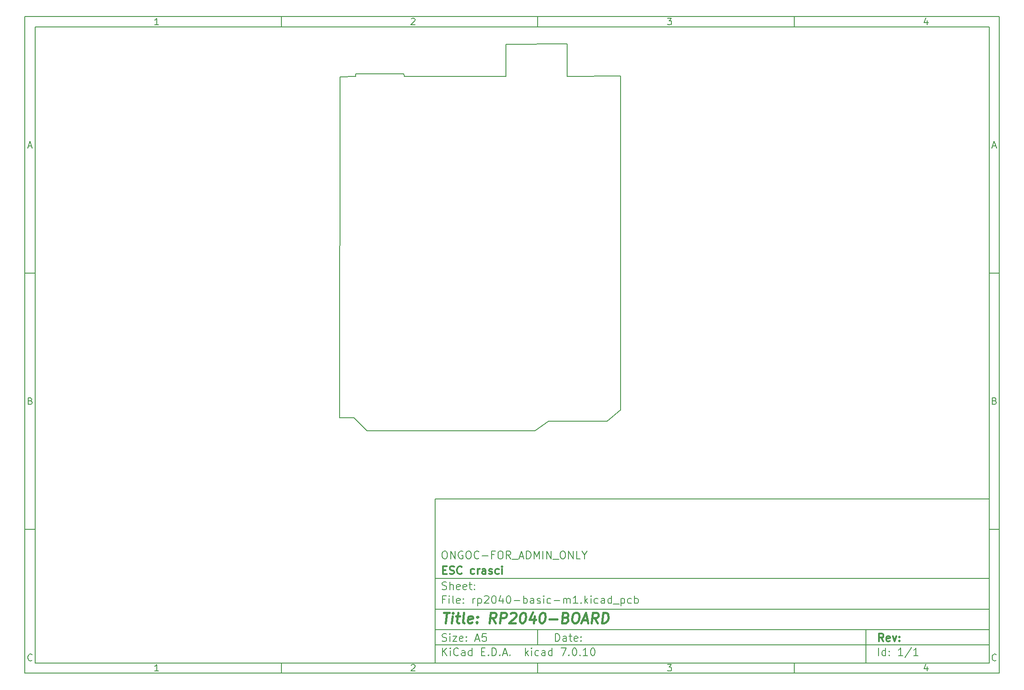
<source format=gbr>
%TF.GenerationSoftware,KiCad,Pcbnew,7.0.10*%
%TF.CreationDate,2024-01-28T16:32:01+05:30*%
%TF.ProjectId,rp2040-basic-m1,72703230-3430-42d6-9261-7369632d6d31,rev?*%
%TF.SameCoordinates,Original*%
%TF.FileFunction,Other,User*%
%FSLAX46Y46*%
G04 Gerber Fmt 4.6, Leading zero omitted, Abs format (unit mm)*
G04 Created by KiCad (PCBNEW 7.0.10) date 2024-01-28 16:32:01*
%MOMM*%
%LPD*%
G01*
G04 APERTURE LIST*
%ADD10C,0.100000*%
%ADD11C,0.150000*%
%ADD12C,0.300000*%
%ADD13C,0.400000*%
G04 APERTURE END LIST*
D10*
D11*
X90007200Y-104005800D02*
X198007200Y-104005800D01*
X198007200Y-136005800D01*
X90007200Y-136005800D01*
X90007200Y-104005800D01*
D10*
D11*
X10000000Y-10000000D02*
X200007200Y-10000000D01*
X200007200Y-138005800D01*
X10000000Y-138005800D01*
X10000000Y-10000000D01*
D10*
D11*
X12000000Y-12000000D02*
X198007200Y-12000000D01*
X198007200Y-136005800D01*
X12000000Y-136005800D01*
X12000000Y-12000000D01*
D10*
D11*
X60000000Y-12000000D02*
X60000000Y-10000000D01*
D10*
D11*
X110000000Y-12000000D02*
X110000000Y-10000000D01*
D10*
D11*
X160000000Y-12000000D02*
X160000000Y-10000000D01*
D10*
D11*
X36089160Y-11593604D02*
X35346303Y-11593604D01*
X35717731Y-11593604D02*
X35717731Y-10293604D01*
X35717731Y-10293604D02*
X35593922Y-10479319D01*
X35593922Y-10479319D02*
X35470112Y-10603128D01*
X35470112Y-10603128D02*
X35346303Y-10665033D01*
D10*
D11*
X85346303Y-10417414D02*
X85408207Y-10355509D01*
X85408207Y-10355509D02*
X85532017Y-10293604D01*
X85532017Y-10293604D02*
X85841541Y-10293604D01*
X85841541Y-10293604D02*
X85965350Y-10355509D01*
X85965350Y-10355509D02*
X86027255Y-10417414D01*
X86027255Y-10417414D02*
X86089160Y-10541223D01*
X86089160Y-10541223D02*
X86089160Y-10665033D01*
X86089160Y-10665033D02*
X86027255Y-10850747D01*
X86027255Y-10850747D02*
X85284398Y-11593604D01*
X85284398Y-11593604D02*
X86089160Y-11593604D01*
D10*
D11*
X135284398Y-10293604D02*
X136089160Y-10293604D01*
X136089160Y-10293604D02*
X135655826Y-10788842D01*
X135655826Y-10788842D02*
X135841541Y-10788842D01*
X135841541Y-10788842D02*
X135965350Y-10850747D01*
X135965350Y-10850747D02*
X136027255Y-10912652D01*
X136027255Y-10912652D02*
X136089160Y-11036461D01*
X136089160Y-11036461D02*
X136089160Y-11345985D01*
X136089160Y-11345985D02*
X136027255Y-11469795D01*
X136027255Y-11469795D02*
X135965350Y-11531700D01*
X135965350Y-11531700D02*
X135841541Y-11593604D01*
X135841541Y-11593604D02*
X135470112Y-11593604D01*
X135470112Y-11593604D02*
X135346303Y-11531700D01*
X135346303Y-11531700D02*
X135284398Y-11469795D01*
D10*
D11*
X185965350Y-10726938D02*
X185965350Y-11593604D01*
X185655826Y-10231700D02*
X185346303Y-11160271D01*
X185346303Y-11160271D02*
X186151064Y-11160271D01*
D10*
D11*
X60000000Y-136005800D02*
X60000000Y-138005800D01*
D10*
D11*
X110000000Y-136005800D02*
X110000000Y-138005800D01*
D10*
D11*
X160000000Y-136005800D02*
X160000000Y-138005800D01*
D10*
D11*
X36089160Y-137599404D02*
X35346303Y-137599404D01*
X35717731Y-137599404D02*
X35717731Y-136299404D01*
X35717731Y-136299404D02*
X35593922Y-136485119D01*
X35593922Y-136485119D02*
X35470112Y-136608928D01*
X35470112Y-136608928D02*
X35346303Y-136670833D01*
D10*
D11*
X85346303Y-136423214D02*
X85408207Y-136361309D01*
X85408207Y-136361309D02*
X85532017Y-136299404D01*
X85532017Y-136299404D02*
X85841541Y-136299404D01*
X85841541Y-136299404D02*
X85965350Y-136361309D01*
X85965350Y-136361309D02*
X86027255Y-136423214D01*
X86027255Y-136423214D02*
X86089160Y-136547023D01*
X86089160Y-136547023D02*
X86089160Y-136670833D01*
X86089160Y-136670833D02*
X86027255Y-136856547D01*
X86027255Y-136856547D02*
X85284398Y-137599404D01*
X85284398Y-137599404D02*
X86089160Y-137599404D01*
D10*
D11*
X135284398Y-136299404D02*
X136089160Y-136299404D01*
X136089160Y-136299404D02*
X135655826Y-136794642D01*
X135655826Y-136794642D02*
X135841541Y-136794642D01*
X135841541Y-136794642D02*
X135965350Y-136856547D01*
X135965350Y-136856547D02*
X136027255Y-136918452D01*
X136027255Y-136918452D02*
X136089160Y-137042261D01*
X136089160Y-137042261D02*
X136089160Y-137351785D01*
X136089160Y-137351785D02*
X136027255Y-137475595D01*
X136027255Y-137475595D02*
X135965350Y-137537500D01*
X135965350Y-137537500D02*
X135841541Y-137599404D01*
X135841541Y-137599404D02*
X135470112Y-137599404D01*
X135470112Y-137599404D02*
X135346303Y-137537500D01*
X135346303Y-137537500D02*
X135284398Y-137475595D01*
D10*
D11*
X185965350Y-136732738D02*
X185965350Y-137599404D01*
X185655826Y-136237500D02*
X185346303Y-137166071D01*
X185346303Y-137166071D02*
X186151064Y-137166071D01*
D10*
D11*
X10000000Y-60000000D02*
X12000000Y-60000000D01*
D10*
D11*
X10000000Y-110000000D02*
X12000000Y-110000000D01*
D10*
D11*
X10690476Y-35222176D02*
X11309523Y-35222176D01*
X10566666Y-35593604D02*
X10999999Y-34293604D01*
X10999999Y-34293604D02*
X11433333Y-35593604D01*
D10*
D11*
X11092857Y-84912652D02*
X11278571Y-84974557D01*
X11278571Y-84974557D02*
X11340476Y-85036461D01*
X11340476Y-85036461D02*
X11402380Y-85160271D01*
X11402380Y-85160271D02*
X11402380Y-85345985D01*
X11402380Y-85345985D02*
X11340476Y-85469795D01*
X11340476Y-85469795D02*
X11278571Y-85531700D01*
X11278571Y-85531700D02*
X11154761Y-85593604D01*
X11154761Y-85593604D02*
X10659523Y-85593604D01*
X10659523Y-85593604D02*
X10659523Y-84293604D01*
X10659523Y-84293604D02*
X11092857Y-84293604D01*
X11092857Y-84293604D02*
X11216666Y-84355509D01*
X11216666Y-84355509D02*
X11278571Y-84417414D01*
X11278571Y-84417414D02*
X11340476Y-84541223D01*
X11340476Y-84541223D02*
X11340476Y-84665033D01*
X11340476Y-84665033D02*
X11278571Y-84788842D01*
X11278571Y-84788842D02*
X11216666Y-84850747D01*
X11216666Y-84850747D02*
X11092857Y-84912652D01*
X11092857Y-84912652D02*
X10659523Y-84912652D01*
D10*
D11*
X11402380Y-135469795D02*
X11340476Y-135531700D01*
X11340476Y-135531700D02*
X11154761Y-135593604D01*
X11154761Y-135593604D02*
X11030952Y-135593604D01*
X11030952Y-135593604D02*
X10845238Y-135531700D01*
X10845238Y-135531700D02*
X10721428Y-135407890D01*
X10721428Y-135407890D02*
X10659523Y-135284080D01*
X10659523Y-135284080D02*
X10597619Y-135036461D01*
X10597619Y-135036461D02*
X10597619Y-134850747D01*
X10597619Y-134850747D02*
X10659523Y-134603128D01*
X10659523Y-134603128D02*
X10721428Y-134479319D01*
X10721428Y-134479319D02*
X10845238Y-134355509D01*
X10845238Y-134355509D02*
X11030952Y-134293604D01*
X11030952Y-134293604D02*
X11154761Y-134293604D01*
X11154761Y-134293604D02*
X11340476Y-134355509D01*
X11340476Y-134355509D02*
X11402380Y-134417414D01*
D10*
D11*
X200007200Y-60000000D02*
X198007200Y-60000000D01*
D10*
D11*
X200007200Y-110000000D02*
X198007200Y-110000000D01*
D10*
D11*
X198697676Y-35222176D02*
X199316723Y-35222176D01*
X198573866Y-35593604D02*
X199007199Y-34293604D01*
X199007199Y-34293604D02*
X199440533Y-35593604D01*
D10*
D11*
X199100057Y-84912652D02*
X199285771Y-84974557D01*
X199285771Y-84974557D02*
X199347676Y-85036461D01*
X199347676Y-85036461D02*
X199409580Y-85160271D01*
X199409580Y-85160271D02*
X199409580Y-85345985D01*
X199409580Y-85345985D02*
X199347676Y-85469795D01*
X199347676Y-85469795D02*
X199285771Y-85531700D01*
X199285771Y-85531700D02*
X199161961Y-85593604D01*
X199161961Y-85593604D02*
X198666723Y-85593604D01*
X198666723Y-85593604D02*
X198666723Y-84293604D01*
X198666723Y-84293604D02*
X199100057Y-84293604D01*
X199100057Y-84293604D02*
X199223866Y-84355509D01*
X199223866Y-84355509D02*
X199285771Y-84417414D01*
X199285771Y-84417414D02*
X199347676Y-84541223D01*
X199347676Y-84541223D02*
X199347676Y-84665033D01*
X199347676Y-84665033D02*
X199285771Y-84788842D01*
X199285771Y-84788842D02*
X199223866Y-84850747D01*
X199223866Y-84850747D02*
X199100057Y-84912652D01*
X199100057Y-84912652D02*
X198666723Y-84912652D01*
D10*
D11*
X199409580Y-135469795D02*
X199347676Y-135531700D01*
X199347676Y-135531700D02*
X199161961Y-135593604D01*
X199161961Y-135593604D02*
X199038152Y-135593604D01*
X199038152Y-135593604D02*
X198852438Y-135531700D01*
X198852438Y-135531700D02*
X198728628Y-135407890D01*
X198728628Y-135407890D02*
X198666723Y-135284080D01*
X198666723Y-135284080D02*
X198604819Y-135036461D01*
X198604819Y-135036461D02*
X198604819Y-134850747D01*
X198604819Y-134850747D02*
X198666723Y-134603128D01*
X198666723Y-134603128D02*
X198728628Y-134479319D01*
X198728628Y-134479319D02*
X198852438Y-134355509D01*
X198852438Y-134355509D02*
X199038152Y-134293604D01*
X199038152Y-134293604D02*
X199161961Y-134293604D01*
X199161961Y-134293604D02*
X199347676Y-134355509D01*
X199347676Y-134355509D02*
X199409580Y-134417414D01*
D10*
D11*
X113463026Y-131791928D02*
X113463026Y-130291928D01*
X113463026Y-130291928D02*
X113820169Y-130291928D01*
X113820169Y-130291928D02*
X114034455Y-130363357D01*
X114034455Y-130363357D02*
X114177312Y-130506214D01*
X114177312Y-130506214D02*
X114248741Y-130649071D01*
X114248741Y-130649071D02*
X114320169Y-130934785D01*
X114320169Y-130934785D02*
X114320169Y-131149071D01*
X114320169Y-131149071D02*
X114248741Y-131434785D01*
X114248741Y-131434785D02*
X114177312Y-131577642D01*
X114177312Y-131577642D02*
X114034455Y-131720500D01*
X114034455Y-131720500D02*
X113820169Y-131791928D01*
X113820169Y-131791928D02*
X113463026Y-131791928D01*
X115605884Y-131791928D02*
X115605884Y-131006214D01*
X115605884Y-131006214D02*
X115534455Y-130863357D01*
X115534455Y-130863357D02*
X115391598Y-130791928D01*
X115391598Y-130791928D02*
X115105884Y-130791928D01*
X115105884Y-130791928D02*
X114963026Y-130863357D01*
X115605884Y-131720500D02*
X115463026Y-131791928D01*
X115463026Y-131791928D02*
X115105884Y-131791928D01*
X115105884Y-131791928D02*
X114963026Y-131720500D01*
X114963026Y-131720500D02*
X114891598Y-131577642D01*
X114891598Y-131577642D02*
X114891598Y-131434785D01*
X114891598Y-131434785D02*
X114963026Y-131291928D01*
X114963026Y-131291928D02*
X115105884Y-131220500D01*
X115105884Y-131220500D02*
X115463026Y-131220500D01*
X115463026Y-131220500D02*
X115605884Y-131149071D01*
X116105884Y-130791928D02*
X116677312Y-130791928D01*
X116320169Y-130291928D02*
X116320169Y-131577642D01*
X116320169Y-131577642D02*
X116391598Y-131720500D01*
X116391598Y-131720500D02*
X116534455Y-131791928D01*
X116534455Y-131791928D02*
X116677312Y-131791928D01*
X117748741Y-131720500D02*
X117605884Y-131791928D01*
X117605884Y-131791928D02*
X117320170Y-131791928D01*
X117320170Y-131791928D02*
X117177312Y-131720500D01*
X117177312Y-131720500D02*
X117105884Y-131577642D01*
X117105884Y-131577642D02*
X117105884Y-131006214D01*
X117105884Y-131006214D02*
X117177312Y-130863357D01*
X117177312Y-130863357D02*
X117320170Y-130791928D01*
X117320170Y-130791928D02*
X117605884Y-130791928D01*
X117605884Y-130791928D02*
X117748741Y-130863357D01*
X117748741Y-130863357D02*
X117820170Y-131006214D01*
X117820170Y-131006214D02*
X117820170Y-131149071D01*
X117820170Y-131149071D02*
X117105884Y-131291928D01*
X118463026Y-131649071D02*
X118534455Y-131720500D01*
X118534455Y-131720500D02*
X118463026Y-131791928D01*
X118463026Y-131791928D02*
X118391598Y-131720500D01*
X118391598Y-131720500D02*
X118463026Y-131649071D01*
X118463026Y-131649071D02*
X118463026Y-131791928D01*
X118463026Y-130863357D02*
X118534455Y-130934785D01*
X118534455Y-130934785D02*
X118463026Y-131006214D01*
X118463026Y-131006214D02*
X118391598Y-130934785D01*
X118391598Y-130934785D02*
X118463026Y-130863357D01*
X118463026Y-130863357D02*
X118463026Y-131006214D01*
D10*
D11*
X90007200Y-132505800D02*
X198007200Y-132505800D01*
D10*
D11*
X91463026Y-134591928D02*
X91463026Y-133091928D01*
X92320169Y-134591928D02*
X91677312Y-133734785D01*
X92320169Y-133091928D02*
X91463026Y-133949071D01*
X92963026Y-134591928D02*
X92963026Y-133591928D01*
X92963026Y-133091928D02*
X92891598Y-133163357D01*
X92891598Y-133163357D02*
X92963026Y-133234785D01*
X92963026Y-133234785D02*
X93034455Y-133163357D01*
X93034455Y-133163357D02*
X92963026Y-133091928D01*
X92963026Y-133091928D02*
X92963026Y-133234785D01*
X94534455Y-134449071D02*
X94463027Y-134520500D01*
X94463027Y-134520500D02*
X94248741Y-134591928D01*
X94248741Y-134591928D02*
X94105884Y-134591928D01*
X94105884Y-134591928D02*
X93891598Y-134520500D01*
X93891598Y-134520500D02*
X93748741Y-134377642D01*
X93748741Y-134377642D02*
X93677312Y-134234785D01*
X93677312Y-134234785D02*
X93605884Y-133949071D01*
X93605884Y-133949071D02*
X93605884Y-133734785D01*
X93605884Y-133734785D02*
X93677312Y-133449071D01*
X93677312Y-133449071D02*
X93748741Y-133306214D01*
X93748741Y-133306214D02*
X93891598Y-133163357D01*
X93891598Y-133163357D02*
X94105884Y-133091928D01*
X94105884Y-133091928D02*
X94248741Y-133091928D01*
X94248741Y-133091928D02*
X94463027Y-133163357D01*
X94463027Y-133163357D02*
X94534455Y-133234785D01*
X95820170Y-134591928D02*
X95820170Y-133806214D01*
X95820170Y-133806214D02*
X95748741Y-133663357D01*
X95748741Y-133663357D02*
X95605884Y-133591928D01*
X95605884Y-133591928D02*
X95320170Y-133591928D01*
X95320170Y-133591928D02*
X95177312Y-133663357D01*
X95820170Y-134520500D02*
X95677312Y-134591928D01*
X95677312Y-134591928D02*
X95320170Y-134591928D01*
X95320170Y-134591928D02*
X95177312Y-134520500D01*
X95177312Y-134520500D02*
X95105884Y-134377642D01*
X95105884Y-134377642D02*
X95105884Y-134234785D01*
X95105884Y-134234785D02*
X95177312Y-134091928D01*
X95177312Y-134091928D02*
X95320170Y-134020500D01*
X95320170Y-134020500D02*
X95677312Y-134020500D01*
X95677312Y-134020500D02*
X95820170Y-133949071D01*
X97177313Y-134591928D02*
X97177313Y-133091928D01*
X97177313Y-134520500D02*
X97034455Y-134591928D01*
X97034455Y-134591928D02*
X96748741Y-134591928D01*
X96748741Y-134591928D02*
X96605884Y-134520500D01*
X96605884Y-134520500D02*
X96534455Y-134449071D01*
X96534455Y-134449071D02*
X96463027Y-134306214D01*
X96463027Y-134306214D02*
X96463027Y-133877642D01*
X96463027Y-133877642D02*
X96534455Y-133734785D01*
X96534455Y-133734785D02*
X96605884Y-133663357D01*
X96605884Y-133663357D02*
X96748741Y-133591928D01*
X96748741Y-133591928D02*
X97034455Y-133591928D01*
X97034455Y-133591928D02*
X97177313Y-133663357D01*
X99034455Y-133806214D02*
X99534455Y-133806214D01*
X99748741Y-134591928D02*
X99034455Y-134591928D01*
X99034455Y-134591928D02*
X99034455Y-133091928D01*
X99034455Y-133091928D02*
X99748741Y-133091928D01*
X100391598Y-134449071D02*
X100463027Y-134520500D01*
X100463027Y-134520500D02*
X100391598Y-134591928D01*
X100391598Y-134591928D02*
X100320170Y-134520500D01*
X100320170Y-134520500D02*
X100391598Y-134449071D01*
X100391598Y-134449071D02*
X100391598Y-134591928D01*
X101105884Y-134591928D02*
X101105884Y-133091928D01*
X101105884Y-133091928D02*
X101463027Y-133091928D01*
X101463027Y-133091928D02*
X101677313Y-133163357D01*
X101677313Y-133163357D02*
X101820170Y-133306214D01*
X101820170Y-133306214D02*
X101891599Y-133449071D01*
X101891599Y-133449071D02*
X101963027Y-133734785D01*
X101963027Y-133734785D02*
X101963027Y-133949071D01*
X101963027Y-133949071D02*
X101891599Y-134234785D01*
X101891599Y-134234785D02*
X101820170Y-134377642D01*
X101820170Y-134377642D02*
X101677313Y-134520500D01*
X101677313Y-134520500D02*
X101463027Y-134591928D01*
X101463027Y-134591928D02*
X101105884Y-134591928D01*
X102605884Y-134449071D02*
X102677313Y-134520500D01*
X102677313Y-134520500D02*
X102605884Y-134591928D01*
X102605884Y-134591928D02*
X102534456Y-134520500D01*
X102534456Y-134520500D02*
X102605884Y-134449071D01*
X102605884Y-134449071D02*
X102605884Y-134591928D01*
X103248742Y-134163357D02*
X103963028Y-134163357D01*
X103105885Y-134591928D02*
X103605885Y-133091928D01*
X103605885Y-133091928D02*
X104105885Y-134591928D01*
X104605884Y-134449071D02*
X104677313Y-134520500D01*
X104677313Y-134520500D02*
X104605884Y-134591928D01*
X104605884Y-134591928D02*
X104534456Y-134520500D01*
X104534456Y-134520500D02*
X104605884Y-134449071D01*
X104605884Y-134449071D02*
X104605884Y-134591928D01*
X107605884Y-134591928D02*
X107605884Y-133091928D01*
X107748742Y-134020500D02*
X108177313Y-134591928D01*
X108177313Y-133591928D02*
X107605884Y-134163357D01*
X108820170Y-134591928D02*
X108820170Y-133591928D01*
X108820170Y-133091928D02*
X108748742Y-133163357D01*
X108748742Y-133163357D02*
X108820170Y-133234785D01*
X108820170Y-133234785D02*
X108891599Y-133163357D01*
X108891599Y-133163357D02*
X108820170Y-133091928D01*
X108820170Y-133091928D02*
X108820170Y-133234785D01*
X110177314Y-134520500D02*
X110034456Y-134591928D01*
X110034456Y-134591928D02*
X109748742Y-134591928D01*
X109748742Y-134591928D02*
X109605885Y-134520500D01*
X109605885Y-134520500D02*
X109534456Y-134449071D01*
X109534456Y-134449071D02*
X109463028Y-134306214D01*
X109463028Y-134306214D02*
X109463028Y-133877642D01*
X109463028Y-133877642D02*
X109534456Y-133734785D01*
X109534456Y-133734785D02*
X109605885Y-133663357D01*
X109605885Y-133663357D02*
X109748742Y-133591928D01*
X109748742Y-133591928D02*
X110034456Y-133591928D01*
X110034456Y-133591928D02*
X110177314Y-133663357D01*
X111463028Y-134591928D02*
X111463028Y-133806214D01*
X111463028Y-133806214D02*
X111391599Y-133663357D01*
X111391599Y-133663357D02*
X111248742Y-133591928D01*
X111248742Y-133591928D02*
X110963028Y-133591928D01*
X110963028Y-133591928D02*
X110820170Y-133663357D01*
X111463028Y-134520500D02*
X111320170Y-134591928D01*
X111320170Y-134591928D02*
X110963028Y-134591928D01*
X110963028Y-134591928D02*
X110820170Y-134520500D01*
X110820170Y-134520500D02*
X110748742Y-134377642D01*
X110748742Y-134377642D02*
X110748742Y-134234785D01*
X110748742Y-134234785D02*
X110820170Y-134091928D01*
X110820170Y-134091928D02*
X110963028Y-134020500D01*
X110963028Y-134020500D02*
X111320170Y-134020500D01*
X111320170Y-134020500D02*
X111463028Y-133949071D01*
X112820171Y-134591928D02*
X112820171Y-133091928D01*
X112820171Y-134520500D02*
X112677313Y-134591928D01*
X112677313Y-134591928D02*
X112391599Y-134591928D01*
X112391599Y-134591928D02*
X112248742Y-134520500D01*
X112248742Y-134520500D02*
X112177313Y-134449071D01*
X112177313Y-134449071D02*
X112105885Y-134306214D01*
X112105885Y-134306214D02*
X112105885Y-133877642D01*
X112105885Y-133877642D02*
X112177313Y-133734785D01*
X112177313Y-133734785D02*
X112248742Y-133663357D01*
X112248742Y-133663357D02*
X112391599Y-133591928D01*
X112391599Y-133591928D02*
X112677313Y-133591928D01*
X112677313Y-133591928D02*
X112820171Y-133663357D01*
X114534456Y-133091928D02*
X115534456Y-133091928D01*
X115534456Y-133091928D02*
X114891599Y-134591928D01*
X116105884Y-134449071D02*
X116177313Y-134520500D01*
X116177313Y-134520500D02*
X116105884Y-134591928D01*
X116105884Y-134591928D02*
X116034456Y-134520500D01*
X116034456Y-134520500D02*
X116105884Y-134449071D01*
X116105884Y-134449071D02*
X116105884Y-134591928D01*
X117105885Y-133091928D02*
X117248742Y-133091928D01*
X117248742Y-133091928D02*
X117391599Y-133163357D01*
X117391599Y-133163357D02*
X117463028Y-133234785D01*
X117463028Y-133234785D02*
X117534456Y-133377642D01*
X117534456Y-133377642D02*
X117605885Y-133663357D01*
X117605885Y-133663357D02*
X117605885Y-134020500D01*
X117605885Y-134020500D02*
X117534456Y-134306214D01*
X117534456Y-134306214D02*
X117463028Y-134449071D01*
X117463028Y-134449071D02*
X117391599Y-134520500D01*
X117391599Y-134520500D02*
X117248742Y-134591928D01*
X117248742Y-134591928D02*
X117105885Y-134591928D01*
X117105885Y-134591928D02*
X116963028Y-134520500D01*
X116963028Y-134520500D02*
X116891599Y-134449071D01*
X116891599Y-134449071D02*
X116820170Y-134306214D01*
X116820170Y-134306214D02*
X116748742Y-134020500D01*
X116748742Y-134020500D02*
X116748742Y-133663357D01*
X116748742Y-133663357D02*
X116820170Y-133377642D01*
X116820170Y-133377642D02*
X116891599Y-133234785D01*
X116891599Y-133234785D02*
X116963028Y-133163357D01*
X116963028Y-133163357D02*
X117105885Y-133091928D01*
X118248741Y-134449071D02*
X118320170Y-134520500D01*
X118320170Y-134520500D02*
X118248741Y-134591928D01*
X118248741Y-134591928D02*
X118177313Y-134520500D01*
X118177313Y-134520500D02*
X118248741Y-134449071D01*
X118248741Y-134449071D02*
X118248741Y-134591928D01*
X119748742Y-134591928D02*
X118891599Y-134591928D01*
X119320170Y-134591928D02*
X119320170Y-133091928D01*
X119320170Y-133091928D02*
X119177313Y-133306214D01*
X119177313Y-133306214D02*
X119034456Y-133449071D01*
X119034456Y-133449071D02*
X118891599Y-133520500D01*
X120677313Y-133091928D02*
X120820170Y-133091928D01*
X120820170Y-133091928D02*
X120963027Y-133163357D01*
X120963027Y-133163357D02*
X121034456Y-133234785D01*
X121034456Y-133234785D02*
X121105884Y-133377642D01*
X121105884Y-133377642D02*
X121177313Y-133663357D01*
X121177313Y-133663357D02*
X121177313Y-134020500D01*
X121177313Y-134020500D02*
X121105884Y-134306214D01*
X121105884Y-134306214D02*
X121034456Y-134449071D01*
X121034456Y-134449071D02*
X120963027Y-134520500D01*
X120963027Y-134520500D02*
X120820170Y-134591928D01*
X120820170Y-134591928D02*
X120677313Y-134591928D01*
X120677313Y-134591928D02*
X120534456Y-134520500D01*
X120534456Y-134520500D02*
X120463027Y-134449071D01*
X120463027Y-134449071D02*
X120391598Y-134306214D01*
X120391598Y-134306214D02*
X120320170Y-134020500D01*
X120320170Y-134020500D02*
X120320170Y-133663357D01*
X120320170Y-133663357D02*
X120391598Y-133377642D01*
X120391598Y-133377642D02*
X120463027Y-133234785D01*
X120463027Y-133234785D02*
X120534456Y-133163357D01*
X120534456Y-133163357D02*
X120677313Y-133091928D01*
D10*
D11*
X90007200Y-129505800D02*
X198007200Y-129505800D01*
D10*
D12*
X177418853Y-131784128D02*
X176918853Y-131069842D01*
X176561710Y-131784128D02*
X176561710Y-130284128D01*
X176561710Y-130284128D02*
X177133139Y-130284128D01*
X177133139Y-130284128D02*
X177275996Y-130355557D01*
X177275996Y-130355557D02*
X177347425Y-130426985D01*
X177347425Y-130426985D02*
X177418853Y-130569842D01*
X177418853Y-130569842D02*
X177418853Y-130784128D01*
X177418853Y-130784128D02*
X177347425Y-130926985D01*
X177347425Y-130926985D02*
X177275996Y-130998414D01*
X177275996Y-130998414D02*
X177133139Y-131069842D01*
X177133139Y-131069842D02*
X176561710Y-131069842D01*
X178633139Y-131712700D02*
X178490282Y-131784128D01*
X178490282Y-131784128D02*
X178204568Y-131784128D01*
X178204568Y-131784128D02*
X178061710Y-131712700D01*
X178061710Y-131712700D02*
X177990282Y-131569842D01*
X177990282Y-131569842D02*
X177990282Y-130998414D01*
X177990282Y-130998414D02*
X178061710Y-130855557D01*
X178061710Y-130855557D02*
X178204568Y-130784128D01*
X178204568Y-130784128D02*
X178490282Y-130784128D01*
X178490282Y-130784128D02*
X178633139Y-130855557D01*
X178633139Y-130855557D02*
X178704568Y-130998414D01*
X178704568Y-130998414D02*
X178704568Y-131141271D01*
X178704568Y-131141271D02*
X177990282Y-131284128D01*
X179204567Y-130784128D02*
X179561710Y-131784128D01*
X179561710Y-131784128D02*
X179918853Y-130784128D01*
X180490281Y-131641271D02*
X180561710Y-131712700D01*
X180561710Y-131712700D02*
X180490281Y-131784128D01*
X180490281Y-131784128D02*
X180418853Y-131712700D01*
X180418853Y-131712700D02*
X180490281Y-131641271D01*
X180490281Y-131641271D02*
X180490281Y-131784128D01*
X180490281Y-130855557D02*
X180561710Y-130926985D01*
X180561710Y-130926985D02*
X180490281Y-130998414D01*
X180490281Y-130998414D02*
X180418853Y-130926985D01*
X180418853Y-130926985D02*
X180490281Y-130855557D01*
X180490281Y-130855557D02*
X180490281Y-130998414D01*
D10*
D11*
X91391598Y-131720500D02*
X91605884Y-131791928D01*
X91605884Y-131791928D02*
X91963026Y-131791928D01*
X91963026Y-131791928D02*
X92105884Y-131720500D01*
X92105884Y-131720500D02*
X92177312Y-131649071D01*
X92177312Y-131649071D02*
X92248741Y-131506214D01*
X92248741Y-131506214D02*
X92248741Y-131363357D01*
X92248741Y-131363357D02*
X92177312Y-131220500D01*
X92177312Y-131220500D02*
X92105884Y-131149071D01*
X92105884Y-131149071D02*
X91963026Y-131077642D01*
X91963026Y-131077642D02*
X91677312Y-131006214D01*
X91677312Y-131006214D02*
X91534455Y-130934785D01*
X91534455Y-130934785D02*
X91463026Y-130863357D01*
X91463026Y-130863357D02*
X91391598Y-130720500D01*
X91391598Y-130720500D02*
X91391598Y-130577642D01*
X91391598Y-130577642D02*
X91463026Y-130434785D01*
X91463026Y-130434785D02*
X91534455Y-130363357D01*
X91534455Y-130363357D02*
X91677312Y-130291928D01*
X91677312Y-130291928D02*
X92034455Y-130291928D01*
X92034455Y-130291928D02*
X92248741Y-130363357D01*
X92891597Y-131791928D02*
X92891597Y-130791928D01*
X92891597Y-130291928D02*
X92820169Y-130363357D01*
X92820169Y-130363357D02*
X92891597Y-130434785D01*
X92891597Y-130434785D02*
X92963026Y-130363357D01*
X92963026Y-130363357D02*
X92891597Y-130291928D01*
X92891597Y-130291928D02*
X92891597Y-130434785D01*
X93463026Y-130791928D02*
X94248741Y-130791928D01*
X94248741Y-130791928D02*
X93463026Y-131791928D01*
X93463026Y-131791928D02*
X94248741Y-131791928D01*
X95391598Y-131720500D02*
X95248741Y-131791928D01*
X95248741Y-131791928D02*
X94963027Y-131791928D01*
X94963027Y-131791928D02*
X94820169Y-131720500D01*
X94820169Y-131720500D02*
X94748741Y-131577642D01*
X94748741Y-131577642D02*
X94748741Y-131006214D01*
X94748741Y-131006214D02*
X94820169Y-130863357D01*
X94820169Y-130863357D02*
X94963027Y-130791928D01*
X94963027Y-130791928D02*
X95248741Y-130791928D01*
X95248741Y-130791928D02*
X95391598Y-130863357D01*
X95391598Y-130863357D02*
X95463027Y-131006214D01*
X95463027Y-131006214D02*
X95463027Y-131149071D01*
X95463027Y-131149071D02*
X94748741Y-131291928D01*
X96105883Y-131649071D02*
X96177312Y-131720500D01*
X96177312Y-131720500D02*
X96105883Y-131791928D01*
X96105883Y-131791928D02*
X96034455Y-131720500D01*
X96034455Y-131720500D02*
X96105883Y-131649071D01*
X96105883Y-131649071D02*
X96105883Y-131791928D01*
X96105883Y-130863357D02*
X96177312Y-130934785D01*
X96177312Y-130934785D02*
X96105883Y-131006214D01*
X96105883Y-131006214D02*
X96034455Y-130934785D01*
X96034455Y-130934785D02*
X96105883Y-130863357D01*
X96105883Y-130863357D02*
X96105883Y-131006214D01*
X97891598Y-131363357D02*
X98605884Y-131363357D01*
X97748741Y-131791928D02*
X98248741Y-130291928D01*
X98248741Y-130291928D02*
X98748741Y-131791928D01*
X99963026Y-130291928D02*
X99248740Y-130291928D01*
X99248740Y-130291928D02*
X99177312Y-131006214D01*
X99177312Y-131006214D02*
X99248740Y-130934785D01*
X99248740Y-130934785D02*
X99391598Y-130863357D01*
X99391598Y-130863357D02*
X99748740Y-130863357D01*
X99748740Y-130863357D02*
X99891598Y-130934785D01*
X99891598Y-130934785D02*
X99963026Y-131006214D01*
X99963026Y-131006214D02*
X100034455Y-131149071D01*
X100034455Y-131149071D02*
X100034455Y-131506214D01*
X100034455Y-131506214D02*
X99963026Y-131649071D01*
X99963026Y-131649071D02*
X99891598Y-131720500D01*
X99891598Y-131720500D02*
X99748740Y-131791928D01*
X99748740Y-131791928D02*
X99391598Y-131791928D01*
X99391598Y-131791928D02*
X99248740Y-131720500D01*
X99248740Y-131720500D02*
X99177312Y-131649071D01*
D10*
D11*
X176463026Y-134591928D02*
X176463026Y-133091928D01*
X177820170Y-134591928D02*
X177820170Y-133091928D01*
X177820170Y-134520500D02*
X177677312Y-134591928D01*
X177677312Y-134591928D02*
X177391598Y-134591928D01*
X177391598Y-134591928D02*
X177248741Y-134520500D01*
X177248741Y-134520500D02*
X177177312Y-134449071D01*
X177177312Y-134449071D02*
X177105884Y-134306214D01*
X177105884Y-134306214D02*
X177105884Y-133877642D01*
X177105884Y-133877642D02*
X177177312Y-133734785D01*
X177177312Y-133734785D02*
X177248741Y-133663357D01*
X177248741Y-133663357D02*
X177391598Y-133591928D01*
X177391598Y-133591928D02*
X177677312Y-133591928D01*
X177677312Y-133591928D02*
X177820170Y-133663357D01*
X178534455Y-134449071D02*
X178605884Y-134520500D01*
X178605884Y-134520500D02*
X178534455Y-134591928D01*
X178534455Y-134591928D02*
X178463027Y-134520500D01*
X178463027Y-134520500D02*
X178534455Y-134449071D01*
X178534455Y-134449071D02*
X178534455Y-134591928D01*
X178534455Y-133663357D02*
X178605884Y-133734785D01*
X178605884Y-133734785D02*
X178534455Y-133806214D01*
X178534455Y-133806214D02*
X178463027Y-133734785D01*
X178463027Y-133734785D02*
X178534455Y-133663357D01*
X178534455Y-133663357D02*
X178534455Y-133806214D01*
X181177313Y-134591928D02*
X180320170Y-134591928D01*
X180748741Y-134591928D02*
X180748741Y-133091928D01*
X180748741Y-133091928D02*
X180605884Y-133306214D01*
X180605884Y-133306214D02*
X180463027Y-133449071D01*
X180463027Y-133449071D02*
X180320170Y-133520500D01*
X182891598Y-133020500D02*
X181605884Y-134949071D01*
X184177313Y-134591928D02*
X183320170Y-134591928D01*
X183748741Y-134591928D02*
X183748741Y-133091928D01*
X183748741Y-133091928D02*
X183605884Y-133306214D01*
X183605884Y-133306214D02*
X183463027Y-133449071D01*
X183463027Y-133449071D02*
X183320170Y-133520500D01*
D10*
D11*
X90007200Y-125505800D02*
X198007200Y-125505800D01*
D10*
D13*
X91698928Y-126210238D02*
X92841785Y-126210238D01*
X92020357Y-128210238D02*
X92270357Y-126210238D01*
X93258452Y-128210238D02*
X93425119Y-126876904D01*
X93508452Y-126210238D02*
X93401309Y-126305476D01*
X93401309Y-126305476D02*
X93484643Y-126400714D01*
X93484643Y-126400714D02*
X93591786Y-126305476D01*
X93591786Y-126305476D02*
X93508452Y-126210238D01*
X93508452Y-126210238D02*
X93484643Y-126400714D01*
X94091786Y-126876904D02*
X94853690Y-126876904D01*
X94460833Y-126210238D02*
X94246548Y-127924523D01*
X94246548Y-127924523D02*
X94317976Y-128115000D01*
X94317976Y-128115000D02*
X94496548Y-128210238D01*
X94496548Y-128210238D02*
X94687024Y-128210238D01*
X95639405Y-128210238D02*
X95460833Y-128115000D01*
X95460833Y-128115000D02*
X95389405Y-127924523D01*
X95389405Y-127924523D02*
X95603690Y-126210238D01*
X97175119Y-128115000D02*
X96972738Y-128210238D01*
X96972738Y-128210238D02*
X96591785Y-128210238D01*
X96591785Y-128210238D02*
X96413214Y-128115000D01*
X96413214Y-128115000D02*
X96341785Y-127924523D01*
X96341785Y-127924523D02*
X96437024Y-127162619D01*
X96437024Y-127162619D02*
X96556071Y-126972142D01*
X96556071Y-126972142D02*
X96758452Y-126876904D01*
X96758452Y-126876904D02*
X97139404Y-126876904D01*
X97139404Y-126876904D02*
X97317976Y-126972142D01*
X97317976Y-126972142D02*
X97389404Y-127162619D01*
X97389404Y-127162619D02*
X97365595Y-127353095D01*
X97365595Y-127353095D02*
X96389404Y-127543571D01*
X98139405Y-128019761D02*
X98222738Y-128115000D01*
X98222738Y-128115000D02*
X98115595Y-128210238D01*
X98115595Y-128210238D02*
X98032262Y-128115000D01*
X98032262Y-128115000D02*
X98139405Y-128019761D01*
X98139405Y-128019761D02*
X98115595Y-128210238D01*
X98270357Y-126972142D02*
X98353690Y-127067380D01*
X98353690Y-127067380D02*
X98246548Y-127162619D01*
X98246548Y-127162619D02*
X98163214Y-127067380D01*
X98163214Y-127067380D02*
X98270357Y-126972142D01*
X98270357Y-126972142D02*
X98246548Y-127162619D01*
X101734643Y-128210238D02*
X101187024Y-127257857D01*
X100591786Y-128210238D02*
X100841786Y-126210238D01*
X100841786Y-126210238D02*
X101603691Y-126210238D01*
X101603691Y-126210238D02*
X101782262Y-126305476D01*
X101782262Y-126305476D02*
X101865596Y-126400714D01*
X101865596Y-126400714D02*
X101937024Y-126591190D01*
X101937024Y-126591190D02*
X101901310Y-126876904D01*
X101901310Y-126876904D02*
X101782262Y-127067380D01*
X101782262Y-127067380D02*
X101675120Y-127162619D01*
X101675120Y-127162619D02*
X101472739Y-127257857D01*
X101472739Y-127257857D02*
X100710834Y-127257857D01*
X102591786Y-128210238D02*
X102841786Y-126210238D01*
X102841786Y-126210238D02*
X103603691Y-126210238D01*
X103603691Y-126210238D02*
X103782262Y-126305476D01*
X103782262Y-126305476D02*
X103865596Y-126400714D01*
X103865596Y-126400714D02*
X103937024Y-126591190D01*
X103937024Y-126591190D02*
X103901310Y-126876904D01*
X103901310Y-126876904D02*
X103782262Y-127067380D01*
X103782262Y-127067380D02*
X103675120Y-127162619D01*
X103675120Y-127162619D02*
X103472739Y-127257857D01*
X103472739Y-127257857D02*
X102710834Y-127257857D01*
X104722739Y-126400714D02*
X104829881Y-126305476D01*
X104829881Y-126305476D02*
X105032262Y-126210238D01*
X105032262Y-126210238D02*
X105508453Y-126210238D01*
X105508453Y-126210238D02*
X105687024Y-126305476D01*
X105687024Y-126305476D02*
X105770358Y-126400714D01*
X105770358Y-126400714D02*
X105841786Y-126591190D01*
X105841786Y-126591190D02*
X105817977Y-126781666D01*
X105817977Y-126781666D02*
X105687024Y-127067380D01*
X105687024Y-127067380D02*
X104401310Y-128210238D01*
X104401310Y-128210238D02*
X105639405Y-128210238D01*
X107127501Y-126210238D02*
X107317977Y-126210238D01*
X107317977Y-126210238D02*
X107496548Y-126305476D01*
X107496548Y-126305476D02*
X107579882Y-126400714D01*
X107579882Y-126400714D02*
X107651310Y-126591190D01*
X107651310Y-126591190D02*
X107698929Y-126972142D01*
X107698929Y-126972142D02*
X107639405Y-127448333D01*
X107639405Y-127448333D02*
X107496548Y-127829285D01*
X107496548Y-127829285D02*
X107377501Y-128019761D01*
X107377501Y-128019761D02*
X107270358Y-128115000D01*
X107270358Y-128115000D02*
X107067977Y-128210238D01*
X107067977Y-128210238D02*
X106877501Y-128210238D01*
X106877501Y-128210238D02*
X106698929Y-128115000D01*
X106698929Y-128115000D02*
X106615596Y-128019761D01*
X106615596Y-128019761D02*
X106544167Y-127829285D01*
X106544167Y-127829285D02*
X106496548Y-127448333D01*
X106496548Y-127448333D02*
X106556072Y-126972142D01*
X106556072Y-126972142D02*
X106698929Y-126591190D01*
X106698929Y-126591190D02*
X106817977Y-126400714D01*
X106817977Y-126400714D02*
X106925120Y-126305476D01*
X106925120Y-126305476D02*
X107127501Y-126210238D01*
X109425120Y-126876904D02*
X109258453Y-128210238D01*
X109044167Y-126115000D02*
X108389405Y-127543571D01*
X108389405Y-127543571D02*
X109627501Y-127543571D01*
X110937025Y-126210238D02*
X111127501Y-126210238D01*
X111127501Y-126210238D02*
X111306072Y-126305476D01*
X111306072Y-126305476D02*
X111389406Y-126400714D01*
X111389406Y-126400714D02*
X111460834Y-126591190D01*
X111460834Y-126591190D02*
X111508453Y-126972142D01*
X111508453Y-126972142D02*
X111448929Y-127448333D01*
X111448929Y-127448333D02*
X111306072Y-127829285D01*
X111306072Y-127829285D02*
X111187025Y-128019761D01*
X111187025Y-128019761D02*
X111079882Y-128115000D01*
X111079882Y-128115000D02*
X110877501Y-128210238D01*
X110877501Y-128210238D02*
X110687025Y-128210238D01*
X110687025Y-128210238D02*
X110508453Y-128115000D01*
X110508453Y-128115000D02*
X110425120Y-128019761D01*
X110425120Y-128019761D02*
X110353691Y-127829285D01*
X110353691Y-127829285D02*
X110306072Y-127448333D01*
X110306072Y-127448333D02*
X110365596Y-126972142D01*
X110365596Y-126972142D02*
X110508453Y-126591190D01*
X110508453Y-126591190D02*
X110627501Y-126400714D01*
X110627501Y-126400714D02*
X110734644Y-126305476D01*
X110734644Y-126305476D02*
X110937025Y-126210238D01*
X112306072Y-127448333D02*
X113829882Y-127448333D01*
X115484643Y-127162619D02*
X115758453Y-127257857D01*
X115758453Y-127257857D02*
X115841786Y-127353095D01*
X115841786Y-127353095D02*
X115913215Y-127543571D01*
X115913215Y-127543571D02*
X115877500Y-127829285D01*
X115877500Y-127829285D02*
X115758453Y-128019761D01*
X115758453Y-128019761D02*
X115651310Y-128115000D01*
X115651310Y-128115000D02*
X115448929Y-128210238D01*
X115448929Y-128210238D02*
X114687024Y-128210238D01*
X114687024Y-128210238D02*
X114937024Y-126210238D01*
X114937024Y-126210238D02*
X115603691Y-126210238D01*
X115603691Y-126210238D02*
X115782262Y-126305476D01*
X115782262Y-126305476D02*
X115865596Y-126400714D01*
X115865596Y-126400714D02*
X115937024Y-126591190D01*
X115937024Y-126591190D02*
X115913215Y-126781666D01*
X115913215Y-126781666D02*
X115794167Y-126972142D01*
X115794167Y-126972142D02*
X115687024Y-127067380D01*
X115687024Y-127067380D02*
X115484643Y-127162619D01*
X115484643Y-127162619D02*
X114817977Y-127162619D01*
X117317977Y-126210238D02*
X117698929Y-126210238D01*
X117698929Y-126210238D02*
X117877500Y-126305476D01*
X117877500Y-126305476D02*
X118044167Y-126495952D01*
X118044167Y-126495952D02*
X118091786Y-126876904D01*
X118091786Y-126876904D02*
X118008453Y-127543571D01*
X118008453Y-127543571D02*
X117865596Y-127924523D01*
X117865596Y-127924523D02*
X117651310Y-128115000D01*
X117651310Y-128115000D02*
X117448929Y-128210238D01*
X117448929Y-128210238D02*
X117067977Y-128210238D01*
X117067977Y-128210238D02*
X116889405Y-128115000D01*
X116889405Y-128115000D02*
X116722739Y-127924523D01*
X116722739Y-127924523D02*
X116675119Y-127543571D01*
X116675119Y-127543571D02*
X116758453Y-126876904D01*
X116758453Y-126876904D02*
X116901310Y-126495952D01*
X116901310Y-126495952D02*
X117115596Y-126305476D01*
X117115596Y-126305476D02*
X117317977Y-126210238D01*
X118758453Y-127638809D02*
X119710834Y-127638809D01*
X118496548Y-128210238D02*
X119413215Y-126210238D01*
X119413215Y-126210238D02*
X119829881Y-128210238D01*
X121639405Y-128210238D02*
X121091786Y-127257857D01*
X120496548Y-128210238D02*
X120746548Y-126210238D01*
X120746548Y-126210238D02*
X121508453Y-126210238D01*
X121508453Y-126210238D02*
X121687024Y-126305476D01*
X121687024Y-126305476D02*
X121770358Y-126400714D01*
X121770358Y-126400714D02*
X121841786Y-126591190D01*
X121841786Y-126591190D02*
X121806072Y-126876904D01*
X121806072Y-126876904D02*
X121687024Y-127067380D01*
X121687024Y-127067380D02*
X121579882Y-127162619D01*
X121579882Y-127162619D02*
X121377501Y-127257857D01*
X121377501Y-127257857D02*
X120615596Y-127257857D01*
X122496548Y-128210238D02*
X122746548Y-126210238D01*
X122746548Y-126210238D02*
X123222739Y-126210238D01*
X123222739Y-126210238D02*
X123496548Y-126305476D01*
X123496548Y-126305476D02*
X123663215Y-126495952D01*
X123663215Y-126495952D02*
X123734643Y-126686428D01*
X123734643Y-126686428D02*
X123782263Y-127067380D01*
X123782263Y-127067380D02*
X123746548Y-127353095D01*
X123746548Y-127353095D02*
X123603691Y-127734047D01*
X123603691Y-127734047D02*
X123484643Y-127924523D01*
X123484643Y-127924523D02*
X123270358Y-128115000D01*
X123270358Y-128115000D02*
X122972739Y-128210238D01*
X122972739Y-128210238D02*
X122496548Y-128210238D01*
D10*
D11*
X91963026Y-123606214D02*
X91463026Y-123606214D01*
X91463026Y-124391928D02*
X91463026Y-122891928D01*
X91463026Y-122891928D02*
X92177312Y-122891928D01*
X92748740Y-124391928D02*
X92748740Y-123391928D01*
X92748740Y-122891928D02*
X92677312Y-122963357D01*
X92677312Y-122963357D02*
X92748740Y-123034785D01*
X92748740Y-123034785D02*
X92820169Y-122963357D01*
X92820169Y-122963357D02*
X92748740Y-122891928D01*
X92748740Y-122891928D02*
X92748740Y-123034785D01*
X93677312Y-124391928D02*
X93534455Y-124320500D01*
X93534455Y-124320500D02*
X93463026Y-124177642D01*
X93463026Y-124177642D02*
X93463026Y-122891928D01*
X94820169Y-124320500D02*
X94677312Y-124391928D01*
X94677312Y-124391928D02*
X94391598Y-124391928D01*
X94391598Y-124391928D02*
X94248740Y-124320500D01*
X94248740Y-124320500D02*
X94177312Y-124177642D01*
X94177312Y-124177642D02*
X94177312Y-123606214D01*
X94177312Y-123606214D02*
X94248740Y-123463357D01*
X94248740Y-123463357D02*
X94391598Y-123391928D01*
X94391598Y-123391928D02*
X94677312Y-123391928D01*
X94677312Y-123391928D02*
X94820169Y-123463357D01*
X94820169Y-123463357D02*
X94891598Y-123606214D01*
X94891598Y-123606214D02*
X94891598Y-123749071D01*
X94891598Y-123749071D02*
X94177312Y-123891928D01*
X95534454Y-124249071D02*
X95605883Y-124320500D01*
X95605883Y-124320500D02*
X95534454Y-124391928D01*
X95534454Y-124391928D02*
X95463026Y-124320500D01*
X95463026Y-124320500D02*
X95534454Y-124249071D01*
X95534454Y-124249071D02*
X95534454Y-124391928D01*
X95534454Y-123463357D02*
X95605883Y-123534785D01*
X95605883Y-123534785D02*
X95534454Y-123606214D01*
X95534454Y-123606214D02*
X95463026Y-123534785D01*
X95463026Y-123534785D02*
X95534454Y-123463357D01*
X95534454Y-123463357D02*
X95534454Y-123606214D01*
X97391597Y-124391928D02*
X97391597Y-123391928D01*
X97391597Y-123677642D02*
X97463026Y-123534785D01*
X97463026Y-123534785D02*
X97534455Y-123463357D01*
X97534455Y-123463357D02*
X97677312Y-123391928D01*
X97677312Y-123391928D02*
X97820169Y-123391928D01*
X98320168Y-123391928D02*
X98320168Y-124891928D01*
X98320168Y-123463357D02*
X98463026Y-123391928D01*
X98463026Y-123391928D02*
X98748740Y-123391928D01*
X98748740Y-123391928D02*
X98891597Y-123463357D01*
X98891597Y-123463357D02*
X98963026Y-123534785D01*
X98963026Y-123534785D02*
X99034454Y-123677642D01*
X99034454Y-123677642D02*
X99034454Y-124106214D01*
X99034454Y-124106214D02*
X98963026Y-124249071D01*
X98963026Y-124249071D02*
X98891597Y-124320500D01*
X98891597Y-124320500D02*
X98748740Y-124391928D01*
X98748740Y-124391928D02*
X98463026Y-124391928D01*
X98463026Y-124391928D02*
X98320168Y-124320500D01*
X99605883Y-123034785D02*
X99677311Y-122963357D01*
X99677311Y-122963357D02*
X99820169Y-122891928D01*
X99820169Y-122891928D02*
X100177311Y-122891928D01*
X100177311Y-122891928D02*
X100320169Y-122963357D01*
X100320169Y-122963357D02*
X100391597Y-123034785D01*
X100391597Y-123034785D02*
X100463026Y-123177642D01*
X100463026Y-123177642D02*
X100463026Y-123320500D01*
X100463026Y-123320500D02*
X100391597Y-123534785D01*
X100391597Y-123534785D02*
X99534454Y-124391928D01*
X99534454Y-124391928D02*
X100463026Y-124391928D01*
X101391597Y-122891928D02*
X101534454Y-122891928D01*
X101534454Y-122891928D02*
X101677311Y-122963357D01*
X101677311Y-122963357D02*
X101748740Y-123034785D01*
X101748740Y-123034785D02*
X101820168Y-123177642D01*
X101820168Y-123177642D02*
X101891597Y-123463357D01*
X101891597Y-123463357D02*
X101891597Y-123820500D01*
X101891597Y-123820500D02*
X101820168Y-124106214D01*
X101820168Y-124106214D02*
X101748740Y-124249071D01*
X101748740Y-124249071D02*
X101677311Y-124320500D01*
X101677311Y-124320500D02*
X101534454Y-124391928D01*
X101534454Y-124391928D02*
X101391597Y-124391928D01*
X101391597Y-124391928D02*
X101248740Y-124320500D01*
X101248740Y-124320500D02*
X101177311Y-124249071D01*
X101177311Y-124249071D02*
X101105882Y-124106214D01*
X101105882Y-124106214D02*
X101034454Y-123820500D01*
X101034454Y-123820500D02*
X101034454Y-123463357D01*
X101034454Y-123463357D02*
X101105882Y-123177642D01*
X101105882Y-123177642D02*
X101177311Y-123034785D01*
X101177311Y-123034785D02*
X101248740Y-122963357D01*
X101248740Y-122963357D02*
X101391597Y-122891928D01*
X103177311Y-123391928D02*
X103177311Y-124391928D01*
X102820168Y-122820500D02*
X102463025Y-123891928D01*
X102463025Y-123891928D02*
X103391596Y-123891928D01*
X104248739Y-122891928D02*
X104391596Y-122891928D01*
X104391596Y-122891928D02*
X104534453Y-122963357D01*
X104534453Y-122963357D02*
X104605882Y-123034785D01*
X104605882Y-123034785D02*
X104677310Y-123177642D01*
X104677310Y-123177642D02*
X104748739Y-123463357D01*
X104748739Y-123463357D02*
X104748739Y-123820500D01*
X104748739Y-123820500D02*
X104677310Y-124106214D01*
X104677310Y-124106214D02*
X104605882Y-124249071D01*
X104605882Y-124249071D02*
X104534453Y-124320500D01*
X104534453Y-124320500D02*
X104391596Y-124391928D01*
X104391596Y-124391928D02*
X104248739Y-124391928D01*
X104248739Y-124391928D02*
X104105882Y-124320500D01*
X104105882Y-124320500D02*
X104034453Y-124249071D01*
X104034453Y-124249071D02*
X103963024Y-124106214D01*
X103963024Y-124106214D02*
X103891596Y-123820500D01*
X103891596Y-123820500D02*
X103891596Y-123463357D01*
X103891596Y-123463357D02*
X103963024Y-123177642D01*
X103963024Y-123177642D02*
X104034453Y-123034785D01*
X104034453Y-123034785D02*
X104105882Y-122963357D01*
X104105882Y-122963357D02*
X104248739Y-122891928D01*
X105391595Y-123820500D02*
X106534453Y-123820500D01*
X107248738Y-124391928D02*
X107248738Y-122891928D01*
X107248738Y-123463357D02*
X107391596Y-123391928D01*
X107391596Y-123391928D02*
X107677310Y-123391928D01*
X107677310Y-123391928D02*
X107820167Y-123463357D01*
X107820167Y-123463357D02*
X107891596Y-123534785D01*
X107891596Y-123534785D02*
X107963024Y-123677642D01*
X107963024Y-123677642D02*
X107963024Y-124106214D01*
X107963024Y-124106214D02*
X107891596Y-124249071D01*
X107891596Y-124249071D02*
X107820167Y-124320500D01*
X107820167Y-124320500D02*
X107677310Y-124391928D01*
X107677310Y-124391928D02*
X107391596Y-124391928D01*
X107391596Y-124391928D02*
X107248738Y-124320500D01*
X109248739Y-124391928D02*
X109248739Y-123606214D01*
X109248739Y-123606214D02*
X109177310Y-123463357D01*
X109177310Y-123463357D02*
X109034453Y-123391928D01*
X109034453Y-123391928D02*
X108748739Y-123391928D01*
X108748739Y-123391928D02*
X108605881Y-123463357D01*
X109248739Y-124320500D02*
X109105881Y-124391928D01*
X109105881Y-124391928D02*
X108748739Y-124391928D01*
X108748739Y-124391928D02*
X108605881Y-124320500D01*
X108605881Y-124320500D02*
X108534453Y-124177642D01*
X108534453Y-124177642D02*
X108534453Y-124034785D01*
X108534453Y-124034785D02*
X108605881Y-123891928D01*
X108605881Y-123891928D02*
X108748739Y-123820500D01*
X108748739Y-123820500D02*
X109105881Y-123820500D01*
X109105881Y-123820500D02*
X109248739Y-123749071D01*
X109891596Y-124320500D02*
X110034453Y-124391928D01*
X110034453Y-124391928D02*
X110320167Y-124391928D01*
X110320167Y-124391928D02*
X110463024Y-124320500D01*
X110463024Y-124320500D02*
X110534453Y-124177642D01*
X110534453Y-124177642D02*
X110534453Y-124106214D01*
X110534453Y-124106214D02*
X110463024Y-123963357D01*
X110463024Y-123963357D02*
X110320167Y-123891928D01*
X110320167Y-123891928D02*
X110105882Y-123891928D01*
X110105882Y-123891928D02*
X109963024Y-123820500D01*
X109963024Y-123820500D02*
X109891596Y-123677642D01*
X109891596Y-123677642D02*
X109891596Y-123606214D01*
X109891596Y-123606214D02*
X109963024Y-123463357D01*
X109963024Y-123463357D02*
X110105882Y-123391928D01*
X110105882Y-123391928D02*
X110320167Y-123391928D01*
X110320167Y-123391928D02*
X110463024Y-123463357D01*
X111177310Y-124391928D02*
X111177310Y-123391928D01*
X111177310Y-122891928D02*
X111105882Y-122963357D01*
X111105882Y-122963357D02*
X111177310Y-123034785D01*
X111177310Y-123034785D02*
X111248739Y-122963357D01*
X111248739Y-122963357D02*
X111177310Y-122891928D01*
X111177310Y-122891928D02*
X111177310Y-123034785D01*
X112534454Y-124320500D02*
X112391596Y-124391928D01*
X112391596Y-124391928D02*
X112105882Y-124391928D01*
X112105882Y-124391928D02*
X111963025Y-124320500D01*
X111963025Y-124320500D02*
X111891596Y-124249071D01*
X111891596Y-124249071D02*
X111820168Y-124106214D01*
X111820168Y-124106214D02*
X111820168Y-123677642D01*
X111820168Y-123677642D02*
X111891596Y-123534785D01*
X111891596Y-123534785D02*
X111963025Y-123463357D01*
X111963025Y-123463357D02*
X112105882Y-123391928D01*
X112105882Y-123391928D02*
X112391596Y-123391928D01*
X112391596Y-123391928D02*
X112534454Y-123463357D01*
X113177310Y-123820500D02*
X114320168Y-123820500D01*
X115034453Y-124391928D02*
X115034453Y-123391928D01*
X115034453Y-123534785D02*
X115105882Y-123463357D01*
X115105882Y-123463357D02*
X115248739Y-123391928D01*
X115248739Y-123391928D02*
X115463025Y-123391928D01*
X115463025Y-123391928D02*
X115605882Y-123463357D01*
X115605882Y-123463357D02*
X115677311Y-123606214D01*
X115677311Y-123606214D02*
X115677311Y-124391928D01*
X115677311Y-123606214D02*
X115748739Y-123463357D01*
X115748739Y-123463357D02*
X115891596Y-123391928D01*
X115891596Y-123391928D02*
X116105882Y-123391928D01*
X116105882Y-123391928D02*
X116248739Y-123463357D01*
X116248739Y-123463357D02*
X116320168Y-123606214D01*
X116320168Y-123606214D02*
X116320168Y-124391928D01*
X117820168Y-124391928D02*
X116963025Y-124391928D01*
X117391596Y-124391928D02*
X117391596Y-122891928D01*
X117391596Y-122891928D02*
X117248739Y-123106214D01*
X117248739Y-123106214D02*
X117105882Y-123249071D01*
X117105882Y-123249071D02*
X116963025Y-123320500D01*
X118463024Y-124249071D02*
X118534453Y-124320500D01*
X118534453Y-124320500D02*
X118463024Y-124391928D01*
X118463024Y-124391928D02*
X118391596Y-124320500D01*
X118391596Y-124320500D02*
X118463024Y-124249071D01*
X118463024Y-124249071D02*
X118463024Y-124391928D01*
X119177310Y-124391928D02*
X119177310Y-122891928D01*
X119320168Y-123820500D02*
X119748739Y-124391928D01*
X119748739Y-123391928D02*
X119177310Y-123963357D01*
X120391596Y-124391928D02*
X120391596Y-123391928D01*
X120391596Y-122891928D02*
X120320168Y-122963357D01*
X120320168Y-122963357D02*
X120391596Y-123034785D01*
X120391596Y-123034785D02*
X120463025Y-122963357D01*
X120463025Y-122963357D02*
X120391596Y-122891928D01*
X120391596Y-122891928D02*
X120391596Y-123034785D01*
X121748740Y-124320500D02*
X121605882Y-124391928D01*
X121605882Y-124391928D02*
X121320168Y-124391928D01*
X121320168Y-124391928D02*
X121177311Y-124320500D01*
X121177311Y-124320500D02*
X121105882Y-124249071D01*
X121105882Y-124249071D02*
X121034454Y-124106214D01*
X121034454Y-124106214D02*
X121034454Y-123677642D01*
X121034454Y-123677642D02*
X121105882Y-123534785D01*
X121105882Y-123534785D02*
X121177311Y-123463357D01*
X121177311Y-123463357D02*
X121320168Y-123391928D01*
X121320168Y-123391928D02*
X121605882Y-123391928D01*
X121605882Y-123391928D02*
X121748740Y-123463357D01*
X123034454Y-124391928D02*
X123034454Y-123606214D01*
X123034454Y-123606214D02*
X122963025Y-123463357D01*
X122963025Y-123463357D02*
X122820168Y-123391928D01*
X122820168Y-123391928D02*
X122534454Y-123391928D01*
X122534454Y-123391928D02*
X122391596Y-123463357D01*
X123034454Y-124320500D02*
X122891596Y-124391928D01*
X122891596Y-124391928D02*
X122534454Y-124391928D01*
X122534454Y-124391928D02*
X122391596Y-124320500D01*
X122391596Y-124320500D02*
X122320168Y-124177642D01*
X122320168Y-124177642D02*
X122320168Y-124034785D01*
X122320168Y-124034785D02*
X122391596Y-123891928D01*
X122391596Y-123891928D02*
X122534454Y-123820500D01*
X122534454Y-123820500D02*
X122891596Y-123820500D01*
X122891596Y-123820500D02*
X123034454Y-123749071D01*
X124391597Y-124391928D02*
X124391597Y-122891928D01*
X124391597Y-124320500D02*
X124248739Y-124391928D01*
X124248739Y-124391928D02*
X123963025Y-124391928D01*
X123963025Y-124391928D02*
X123820168Y-124320500D01*
X123820168Y-124320500D02*
X123748739Y-124249071D01*
X123748739Y-124249071D02*
X123677311Y-124106214D01*
X123677311Y-124106214D02*
X123677311Y-123677642D01*
X123677311Y-123677642D02*
X123748739Y-123534785D01*
X123748739Y-123534785D02*
X123820168Y-123463357D01*
X123820168Y-123463357D02*
X123963025Y-123391928D01*
X123963025Y-123391928D02*
X124248739Y-123391928D01*
X124248739Y-123391928D02*
X124391597Y-123463357D01*
X124748740Y-124534785D02*
X125891597Y-124534785D01*
X126248739Y-123391928D02*
X126248739Y-124891928D01*
X126248739Y-123463357D02*
X126391597Y-123391928D01*
X126391597Y-123391928D02*
X126677311Y-123391928D01*
X126677311Y-123391928D02*
X126820168Y-123463357D01*
X126820168Y-123463357D02*
X126891597Y-123534785D01*
X126891597Y-123534785D02*
X126963025Y-123677642D01*
X126963025Y-123677642D02*
X126963025Y-124106214D01*
X126963025Y-124106214D02*
X126891597Y-124249071D01*
X126891597Y-124249071D02*
X126820168Y-124320500D01*
X126820168Y-124320500D02*
X126677311Y-124391928D01*
X126677311Y-124391928D02*
X126391597Y-124391928D01*
X126391597Y-124391928D02*
X126248739Y-124320500D01*
X128248740Y-124320500D02*
X128105882Y-124391928D01*
X128105882Y-124391928D02*
X127820168Y-124391928D01*
X127820168Y-124391928D02*
X127677311Y-124320500D01*
X127677311Y-124320500D02*
X127605882Y-124249071D01*
X127605882Y-124249071D02*
X127534454Y-124106214D01*
X127534454Y-124106214D02*
X127534454Y-123677642D01*
X127534454Y-123677642D02*
X127605882Y-123534785D01*
X127605882Y-123534785D02*
X127677311Y-123463357D01*
X127677311Y-123463357D02*
X127820168Y-123391928D01*
X127820168Y-123391928D02*
X128105882Y-123391928D01*
X128105882Y-123391928D02*
X128248740Y-123463357D01*
X128891596Y-124391928D02*
X128891596Y-122891928D01*
X128891596Y-123463357D02*
X129034454Y-123391928D01*
X129034454Y-123391928D02*
X129320168Y-123391928D01*
X129320168Y-123391928D02*
X129463025Y-123463357D01*
X129463025Y-123463357D02*
X129534454Y-123534785D01*
X129534454Y-123534785D02*
X129605882Y-123677642D01*
X129605882Y-123677642D02*
X129605882Y-124106214D01*
X129605882Y-124106214D02*
X129534454Y-124249071D01*
X129534454Y-124249071D02*
X129463025Y-124320500D01*
X129463025Y-124320500D02*
X129320168Y-124391928D01*
X129320168Y-124391928D02*
X129034454Y-124391928D01*
X129034454Y-124391928D02*
X128891596Y-124320500D01*
D10*
D11*
X90007200Y-119505800D02*
X198007200Y-119505800D01*
D10*
D11*
X91391598Y-121620500D02*
X91605884Y-121691928D01*
X91605884Y-121691928D02*
X91963026Y-121691928D01*
X91963026Y-121691928D02*
X92105884Y-121620500D01*
X92105884Y-121620500D02*
X92177312Y-121549071D01*
X92177312Y-121549071D02*
X92248741Y-121406214D01*
X92248741Y-121406214D02*
X92248741Y-121263357D01*
X92248741Y-121263357D02*
X92177312Y-121120500D01*
X92177312Y-121120500D02*
X92105884Y-121049071D01*
X92105884Y-121049071D02*
X91963026Y-120977642D01*
X91963026Y-120977642D02*
X91677312Y-120906214D01*
X91677312Y-120906214D02*
X91534455Y-120834785D01*
X91534455Y-120834785D02*
X91463026Y-120763357D01*
X91463026Y-120763357D02*
X91391598Y-120620500D01*
X91391598Y-120620500D02*
X91391598Y-120477642D01*
X91391598Y-120477642D02*
X91463026Y-120334785D01*
X91463026Y-120334785D02*
X91534455Y-120263357D01*
X91534455Y-120263357D02*
X91677312Y-120191928D01*
X91677312Y-120191928D02*
X92034455Y-120191928D01*
X92034455Y-120191928D02*
X92248741Y-120263357D01*
X92891597Y-121691928D02*
X92891597Y-120191928D01*
X93534455Y-121691928D02*
X93534455Y-120906214D01*
X93534455Y-120906214D02*
X93463026Y-120763357D01*
X93463026Y-120763357D02*
X93320169Y-120691928D01*
X93320169Y-120691928D02*
X93105883Y-120691928D01*
X93105883Y-120691928D02*
X92963026Y-120763357D01*
X92963026Y-120763357D02*
X92891597Y-120834785D01*
X94820169Y-121620500D02*
X94677312Y-121691928D01*
X94677312Y-121691928D02*
X94391598Y-121691928D01*
X94391598Y-121691928D02*
X94248740Y-121620500D01*
X94248740Y-121620500D02*
X94177312Y-121477642D01*
X94177312Y-121477642D02*
X94177312Y-120906214D01*
X94177312Y-120906214D02*
X94248740Y-120763357D01*
X94248740Y-120763357D02*
X94391598Y-120691928D01*
X94391598Y-120691928D02*
X94677312Y-120691928D01*
X94677312Y-120691928D02*
X94820169Y-120763357D01*
X94820169Y-120763357D02*
X94891598Y-120906214D01*
X94891598Y-120906214D02*
X94891598Y-121049071D01*
X94891598Y-121049071D02*
X94177312Y-121191928D01*
X96105883Y-121620500D02*
X95963026Y-121691928D01*
X95963026Y-121691928D02*
X95677312Y-121691928D01*
X95677312Y-121691928D02*
X95534454Y-121620500D01*
X95534454Y-121620500D02*
X95463026Y-121477642D01*
X95463026Y-121477642D02*
X95463026Y-120906214D01*
X95463026Y-120906214D02*
X95534454Y-120763357D01*
X95534454Y-120763357D02*
X95677312Y-120691928D01*
X95677312Y-120691928D02*
X95963026Y-120691928D01*
X95963026Y-120691928D02*
X96105883Y-120763357D01*
X96105883Y-120763357D02*
X96177312Y-120906214D01*
X96177312Y-120906214D02*
X96177312Y-121049071D01*
X96177312Y-121049071D02*
X95463026Y-121191928D01*
X96605883Y-120691928D02*
X97177311Y-120691928D01*
X96820168Y-120191928D02*
X96820168Y-121477642D01*
X96820168Y-121477642D02*
X96891597Y-121620500D01*
X96891597Y-121620500D02*
X97034454Y-121691928D01*
X97034454Y-121691928D02*
X97177311Y-121691928D01*
X97677311Y-121549071D02*
X97748740Y-121620500D01*
X97748740Y-121620500D02*
X97677311Y-121691928D01*
X97677311Y-121691928D02*
X97605883Y-121620500D01*
X97605883Y-121620500D02*
X97677311Y-121549071D01*
X97677311Y-121549071D02*
X97677311Y-121691928D01*
X97677311Y-120763357D02*
X97748740Y-120834785D01*
X97748740Y-120834785D02*
X97677311Y-120906214D01*
X97677311Y-120906214D02*
X97605883Y-120834785D01*
X97605883Y-120834785D02*
X97677311Y-120763357D01*
X97677311Y-120763357D02*
X97677311Y-120906214D01*
D10*
D12*
X91561710Y-117898414D02*
X92061710Y-117898414D01*
X92275996Y-118684128D02*
X91561710Y-118684128D01*
X91561710Y-118684128D02*
X91561710Y-117184128D01*
X91561710Y-117184128D02*
X92275996Y-117184128D01*
X92847425Y-118612700D02*
X93061711Y-118684128D01*
X93061711Y-118684128D02*
X93418853Y-118684128D01*
X93418853Y-118684128D02*
X93561711Y-118612700D01*
X93561711Y-118612700D02*
X93633139Y-118541271D01*
X93633139Y-118541271D02*
X93704568Y-118398414D01*
X93704568Y-118398414D02*
X93704568Y-118255557D01*
X93704568Y-118255557D02*
X93633139Y-118112700D01*
X93633139Y-118112700D02*
X93561711Y-118041271D01*
X93561711Y-118041271D02*
X93418853Y-117969842D01*
X93418853Y-117969842D02*
X93133139Y-117898414D01*
X93133139Y-117898414D02*
X92990282Y-117826985D01*
X92990282Y-117826985D02*
X92918853Y-117755557D01*
X92918853Y-117755557D02*
X92847425Y-117612700D01*
X92847425Y-117612700D02*
X92847425Y-117469842D01*
X92847425Y-117469842D02*
X92918853Y-117326985D01*
X92918853Y-117326985D02*
X92990282Y-117255557D01*
X92990282Y-117255557D02*
X93133139Y-117184128D01*
X93133139Y-117184128D02*
X93490282Y-117184128D01*
X93490282Y-117184128D02*
X93704568Y-117255557D01*
X95204567Y-118541271D02*
X95133139Y-118612700D01*
X95133139Y-118612700D02*
X94918853Y-118684128D01*
X94918853Y-118684128D02*
X94775996Y-118684128D01*
X94775996Y-118684128D02*
X94561710Y-118612700D01*
X94561710Y-118612700D02*
X94418853Y-118469842D01*
X94418853Y-118469842D02*
X94347424Y-118326985D01*
X94347424Y-118326985D02*
X94275996Y-118041271D01*
X94275996Y-118041271D02*
X94275996Y-117826985D01*
X94275996Y-117826985D02*
X94347424Y-117541271D01*
X94347424Y-117541271D02*
X94418853Y-117398414D01*
X94418853Y-117398414D02*
X94561710Y-117255557D01*
X94561710Y-117255557D02*
X94775996Y-117184128D01*
X94775996Y-117184128D02*
X94918853Y-117184128D01*
X94918853Y-117184128D02*
X95133139Y-117255557D01*
X95133139Y-117255557D02*
X95204567Y-117326985D01*
X97633139Y-118612700D02*
X97490281Y-118684128D01*
X97490281Y-118684128D02*
X97204567Y-118684128D01*
X97204567Y-118684128D02*
X97061710Y-118612700D01*
X97061710Y-118612700D02*
X96990281Y-118541271D01*
X96990281Y-118541271D02*
X96918853Y-118398414D01*
X96918853Y-118398414D02*
X96918853Y-117969842D01*
X96918853Y-117969842D02*
X96990281Y-117826985D01*
X96990281Y-117826985D02*
X97061710Y-117755557D01*
X97061710Y-117755557D02*
X97204567Y-117684128D01*
X97204567Y-117684128D02*
X97490281Y-117684128D01*
X97490281Y-117684128D02*
X97633139Y-117755557D01*
X98275995Y-118684128D02*
X98275995Y-117684128D01*
X98275995Y-117969842D02*
X98347424Y-117826985D01*
X98347424Y-117826985D02*
X98418853Y-117755557D01*
X98418853Y-117755557D02*
X98561710Y-117684128D01*
X98561710Y-117684128D02*
X98704567Y-117684128D01*
X99847424Y-118684128D02*
X99847424Y-117898414D01*
X99847424Y-117898414D02*
X99775995Y-117755557D01*
X99775995Y-117755557D02*
X99633138Y-117684128D01*
X99633138Y-117684128D02*
X99347424Y-117684128D01*
X99347424Y-117684128D02*
X99204566Y-117755557D01*
X99847424Y-118612700D02*
X99704566Y-118684128D01*
X99704566Y-118684128D02*
X99347424Y-118684128D01*
X99347424Y-118684128D02*
X99204566Y-118612700D01*
X99204566Y-118612700D02*
X99133138Y-118469842D01*
X99133138Y-118469842D02*
X99133138Y-118326985D01*
X99133138Y-118326985D02*
X99204566Y-118184128D01*
X99204566Y-118184128D02*
X99347424Y-118112700D01*
X99347424Y-118112700D02*
X99704566Y-118112700D01*
X99704566Y-118112700D02*
X99847424Y-118041271D01*
X100490281Y-118612700D02*
X100633138Y-118684128D01*
X100633138Y-118684128D02*
X100918852Y-118684128D01*
X100918852Y-118684128D02*
X101061709Y-118612700D01*
X101061709Y-118612700D02*
X101133138Y-118469842D01*
X101133138Y-118469842D02*
X101133138Y-118398414D01*
X101133138Y-118398414D02*
X101061709Y-118255557D01*
X101061709Y-118255557D02*
X100918852Y-118184128D01*
X100918852Y-118184128D02*
X100704567Y-118184128D01*
X100704567Y-118184128D02*
X100561709Y-118112700D01*
X100561709Y-118112700D02*
X100490281Y-117969842D01*
X100490281Y-117969842D02*
X100490281Y-117898414D01*
X100490281Y-117898414D02*
X100561709Y-117755557D01*
X100561709Y-117755557D02*
X100704567Y-117684128D01*
X100704567Y-117684128D02*
X100918852Y-117684128D01*
X100918852Y-117684128D02*
X101061709Y-117755557D01*
X102418853Y-118612700D02*
X102275995Y-118684128D01*
X102275995Y-118684128D02*
X101990281Y-118684128D01*
X101990281Y-118684128D02*
X101847424Y-118612700D01*
X101847424Y-118612700D02*
X101775995Y-118541271D01*
X101775995Y-118541271D02*
X101704567Y-118398414D01*
X101704567Y-118398414D02*
X101704567Y-117969842D01*
X101704567Y-117969842D02*
X101775995Y-117826985D01*
X101775995Y-117826985D02*
X101847424Y-117755557D01*
X101847424Y-117755557D02*
X101990281Y-117684128D01*
X101990281Y-117684128D02*
X102275995Y-117684128D01*
X102275995Y-117684128D02*
X102418853Y-117755557D01*
X103061709Y-118684128D02*
X103061709Y-117684128D01*
X103061709Y-117184128D02*
X102990281Y-117255557D01*
X102990281Y-117255557D02*
X103061709Y-117326985D01*
X103061709Y-117326985D02*
X103133138Y-117255557D01*
X103133138Y-117255557D02*
X103061709Y-117184128D01*
X103061709Y-117184128D02*
X103061709Y-117326985D01*
D10*
D11*
X91748741Y-114191928D02*
X92034455Y-114191928D01*
X92034455Y-114191928D02*
X92177312Y-114263357D01*
X92177312Y-114263357D02*
X92320169Y-114406214D01*
X92320169Y-114406214D02*
X92391598Y-114691928D01*
X92391598Y-114691928D02*
X92391598Y-115191928D01*
X92391598Y-115191928D02*
X92320169Y-115477642D01*
X92320169Y-115477642D02*
X92177312Y-115620500D01*
X92177312Y-115620500D02*
X92034455Y-115691928D01*
X92034455Y-115691928D02*
X91748741Y-115691928D01*
X91748741Y-115691928D02*
X91605884Y-115620500D01*
X91605884Y-115620500D02*
X91463026Y-115477642D01*
X91463026Y-115477642D02*
X91391598Y-115191928D01*
X91391598Y-115191928D02*
X91391598Y-114691928D01*
X91391598Y-114691928D02*
X91463026Y-114406214D01*
X91463026Y-114406214D02*
X91605884Y-114263357D01*
X91605884Y-114263357D02*
X91748741Y-114191928D01*
X93034455Y-115691928D02*
X93034455Y-114191928D01*
X93034455Y-114191928D02*
X93891598Y-115691928D01*
X93891598Y-115691928D02*
X93891598Y-114191928D01*
X95391599Y-114263357D02*
X95248742Y-114191928D01*
X95248742Y-114191928D02*
X95034456Y-114191928D01*
X95034456Y-114191928D02*
X94820170Y-114263357D01*
X94820170Y-114263357D02*
X94677313Y-114406214D01*
X94677313Y-114406214D02*
X94605884Y-114549071D01*
X94605884Y-114549071D02*
X94534456Y-114834785D01*
X94534456Y-114834785D02*
X94534456Y-115049071D01*
X94534456Y-115049071D02*
X94605884Y-115334785D01*
X94605884Y-115334785D02*
X94677313Y-115477642D01*
X94677313Y-115477642D02*
X94820170Y-115620500D01*
X94820170Y-115620500D02*
X95034456Y-115691928D01*
X95034456Y-115691928D02*
X95177313Y-115691928D01*
X95177313Y-115691928D02*
X95391599Y-115620500D01*
X95391599Y-115620500D02*
X95463027Y-115549071D01*
X95463027Y-115549071D02*
X95463027Y-115049071D01*
X95463027Y-115049071D02*
X95177313Y-115049071D01*
X96391599Y-114191928D02*
X96677313Y-114191928D01*
X96677313Y-114191928D02*
X96820170Y-114263357D01*
X96820170Y-114263357D02*
X96963027Y-114406214D01*
X96963027Y-114406214D02*
X97034456Y-114691928D01*
X97034456Y-114691928D02*
X97034456Y-115191928D01*
X97034456Y-115191928D02*
X96963027Y-115477642D01*
X96963027Y-115477642D02*
X96820170Y-115620500D01*
X96820170Y-115620500D02*
X96677313Y-115691928D01*
X96677313Y-115691928D02*
X96391599Y-115691928D01*
X96391599Y-115691928D02*
X96248742Y-115620500D01*
X96248742Y-115620500D02*
X96105884Y-115477642D01*
X96105884Y-115477642D02*
X96034456Y-115191928D01*
X96034456Y-115191928D02*
X96034456Y-114691928D01*
X96034456Y-114691928D02*
X96105884Y-114406214D01*
X96105884Y-114406214D02*
X96248742Y-114263357D01*
X96248742Y-114263357D02*
X96391599Y-114191928D01*
X98534456Y-115549071D02*
X98463028Y-115620500D01*
X98463028Y-115620500D02*
X98248742Y-115691928D01*
X98248742Y-115691928D02*
X98105885Y-115691928D01*
X98105885Y-115691928D02*
X97891599Y-115620500D01*
X97891599Y-115620500D02*
X97748742Y-115477642D01*
X97748742Y-115477642D02*
X97677313Y-115334785D01*
X97677313Y-115334785D02*
X97605885Y-115049071D01*
X97605885Y-115049071D02*
X97605885Y-114834785D01*
X97605885Y-114834785D02*
X97677313Y-114549071D01*
X97677313Y-114549071D02*
X97748742Y-114406214D01*
X97748742Y-114406214D02*
X97891599Y-114263357D01*
X97891599Y-114263357D02*
X98105885Y-114191928D01*
X98105885Y-114191928D02*
X98248742Y-114191928D01*
X98248742Y-114191928D02*
X98463028Y-114263357D01*
X98463028Y-114263357D02*
X98534456Y-114334785D01*
X99177313Y-115120500D02*
X100320171Y-115120500D01*
X101534456Y-114906214D02*
X101034456Y-114906214D01*
X101034456Y-115691928D02*
X101034456Y-114191928D01*
X101034456Y-114191928D02*
X101748742Y-114191928D01*
X102605885Y-114191928D02*
X102891599Y-114191928D01*
X102891599Y-114191928D02*
X103034456Y-114263357D01*
X103034456Y-114263357D02*
X103177313Y-114406214D01*
X103177313Y-114406214D02*
X103248742Y-114691928D01*
X103248742Y-114691928D02*
X103248742Y-115191928D01*
X103248742Y-115191928D02*
X103177313Y-115477642D01*
X103177313Y-115477642D02*
X103034456Y-115620500D01*
X103034456Y-115620500D02*
X102891599Y-115691928D01*
X102891599Y-115691928D02*
X102605885Y-115691928D01*
X102605885Y-115691928D02*
X102463028Y-115620500D01*
X102463028Y-115620500D02*
X102320170Y-115477642D01*
X102320170Y-115477642D02*
X102248742Y-115191928D01*
X102248742Y-115191928D02*
X102248742Y-114691928D01*
X102248742Y-114691928D02*
X102320170Y-114406214D01*
X102320170Y-114406214D02*
X102463028Y-114263357D01*
X102463028Y-114263357D02*
X102605885Y-114191928D01*
X104748742Y-115691928D02*
X104248742Y-114977642D01*
X103891599Y-115691928D02*
X103891599Y-114191928D01*
X103891599Y-114191928D02*
X104463028Y-114191928D01*
X104463028Y-114191928D02*
X104605885Y-114263357D01*
X104605885Y-114263357D02*
X104677314Y-114334785D01*
X104677314Y-114334785D02*
X104748742Y-114477642D01*
X104748742Y-114477642D02*
X104748742Y-114691928D01*
X104748742Y-114691928D02*
X104677314Y-114834785D01*
X104677314Y-114834785D02*
X104605885Y-114906214D01*
X104605885Y-114906214D02*
X104463028Y-114977642D01*
X104463028Y-114977642D02*
X103891599Y-114977642D01*
X105034457Y-115834785D02*
X106177314Y-115834785D01*
X106463028Y-115263357D02*
X107177314Y-115263357D01*
X106320171Y-115691928D02*
X106820171Y-114191928D01*
X106820171Y-114191928D02*
X107320171Y-115691928D01*
X107820170Y-115691928D02*
X107820170Y-114191928D01*
X107820170Y-114191928D02*
X108177313Y-114191928D01*
X108177313Y-114191928D02*
X108391599Y-114263357D01*
X108391599Y-114263357D02*
X108534456Y-114406214D01*
X108534456Y-114406214D02*
X108605885Y-114549071D01*
X108605885Y-114549071D02*
X108677313Y-114834785D01*
X108677313Y-114834785D02*
X108677313Y-115049071D01*
X108677313Y-115049071D02*
X108605885Y-115334785D01*
X108605885Y-115334785D02*
X108534456Y-115477642D01*
X108534456Y-115477642D02*
X108391599Y-115620500D01*
X108391599Y-115620500D02*
X108177313Y-115691928D01*
X108177313Y-115691928D02*
X107820170Y-115691928D01*
X109320170Y-115691928D02*
X109320170Y-114191928D01*
X109320170Y-114191928D02*
X109820170Y-115263357D01*
X109820170Y-115263357D02*
X110320170Y-114191928D01*
X110320170Y-114191928D02*
X110320170Y-115691928D01*
X111034456Y-115691928D02*
X111034456Y-114191928D01*
X111748742Y-115691928D02*
X111748742Y-114191928D01*
X111748742Y-114191928D02*
X112605885Y-115691928D01*
X112605885Y-115691928D02*
X112605885Y-114191928D01*
X112963029Y-115834785D02*
X114105886Y-115834785D01*
X114748743Y-114191928D02*
X115034457Y-114191928D01*
X115034457Y-114191928D02*
X115177314Y-114263357D01*
X115177314Y-114263357D02*
X115320171Y-114406214D01*
X115320171Y-114406214D02*
X115391600Y-114691928D01*
X115391600Y-114691928D02*
X115391600Y-115191928D01*
X115391600Y-115191928D02*
X115320171Y-115477642D01*
X115320171Y-115477642D02*
X115177314Y-115620500D01*
X115177314Y-115620500D02*
X115034457Y-115691928D01*
X115034457Y-115691928D02*
X114748743Y-115691928D01*
X114748743Y-115691928D02*
X114605886Y-115620500D01*
X114605886Y-115620500D02*
X114463028Y-115477642D01*
X114463028Y-115477642D02*
X114391600Y-115191928D01*
X114391600Y-115191928D02*
X114391600Y-114691928D01*
X114391600Y-114691928D02*
X114463028Y-114406214D01*
X114463028Y-114406214D02*
X114605886Y-114263357D01*
X114605886Y-114263357D02*
X114748743Y-114191928D01*
X116034457Y-115691928D02*
X116034457Y-114191928D01*
X116034457Y-114191928D02*
X116891600Y-115691928D01*
X116891600Y-115691928D02*
X116891600Y-114191928D01*
X118320172Y-115691928D02*
X117605886Y-115691928D01*
X117605886Y-115691928D02*
X117605886Y-114191928D01*
X119105887Y-114977642D02*
X119105887Y-115691928D01*
X118605887Y-114191928D02*
X119105887Y-114977642D01*
X119105887Y-114977642D02*
X119605887Y-114191928D01*
D10*
D11*
D10*
D11*
D10*
D11*
D10*
D11*
X110007200Y-129505800D02*
X110007200Y-132505800D01*
D10*
D11*
X174007200Y-129505800D02*
X174007200Y-136005800D01*
X76720000Y-90750500D02*
X74150000Y-88230500D01*
X123535000Y-88870000D02*
X112115000Y-88880000D01*
X103790000Y-15360500D02*
X115710000Y-15310500D01*
X109500000Y-90740500D02*
X76720000Y-90750500D01*
X71410000Y-88210500D02*
X71440000Y-21700500D01*
X83950000Y-21150500D02*
X83990000Y-21620500D01*
X126200000Y-21600000D02*
X126200000Y-86684500D01*
X112115000Y-88880000D02*
X109500000Y-90740500D01*
X115710000Y-15310500D02*
X115730000Y-21650500D01*
X74540000Y-21680500D02*
X74530000Y-21160500D01*
X74530000Y-21160500D02*
X83950000Y-21150500D01*
X115730000Y-21650500D02*
X126200000Y-21600000D01*
X126200000Y-86684500D02*
X123535000Y-88870000D01*
X103770000Y-21660500D02*
X103790000Y-15360500D01*
X84000000Y-21650500D02*
X103770000Y-21660500D01*
X74150000Y-88230500D02*
X71410000Y-88210500D01*
X71440000Y-21700500D02*
X74540000Y-21680500D01*
M02*

</source>
